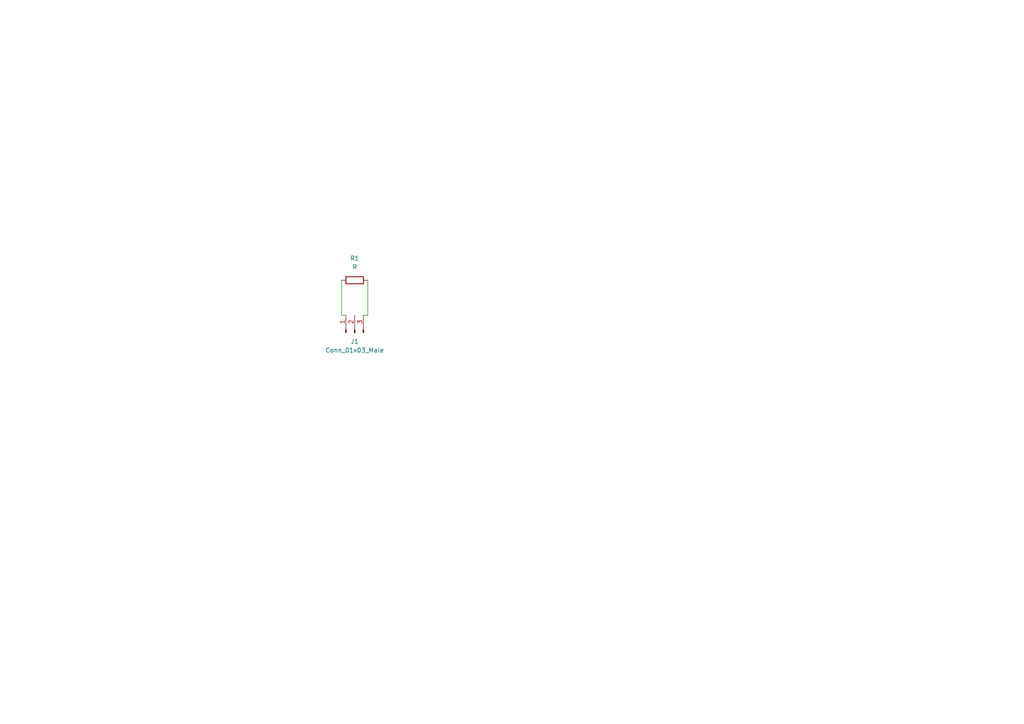
<source format=kicad_sch>
(kicad_sch (version 20211123) (generator eeschema)
  (paper "A4")
  (lib_symbols
    (symbol "Connector:Conn_01x03_Male" (pin_names (offset 1.016) hide)
      (property "Reference" "J" (at 0 5.08 0))
      (property "Value" "Conn_01x03_Male" (at 0 -5.08 0))
      (symbol "Conn_01x03_Male_1_1"
        (polyline (pts (xy 1.27 -2.54) (xy 0.8636 -2.54)) (stroke (width 0.1524)))
        (polyline (pts (xy 1.27 0) (xy 0.8636 0)) (stroke (width 0.1524)))
        (polyline (pts (xy 1.27 2.54) (xy 0.8636 2.54)) (stroke (width 0.1524)))
        (rectangle (start 0.8636 -2.413) (end 0 -2.667) (stroke (width 0.1524)) (fill (type outline)))
        (rectangle (start 0.8636 0.127) (end 0 -0.127) (stroke (width 0.1524)) (fill (type outline)))
        (rectangle (start 0.8636 2.667) (end 0 2.413) (stroke (width 0.1524)) (fill (type outline)))
        (pin passive line (at 5.08 2.54 180) (length 3.81) (name "Pin_1") (number "1"))
        (pin passive line (at 5.08 0 180) (length 3.81) (name "Pin_2") (number "2"))
        (pin passive line (at 5.08 -2.54 180) (length 3.81) (name "Pin_3") (number "3"))
      )
    )
    (symbol "Device:R" (pin_numbers hide) (pin_names (offset 0))
      (property "Reference" "R" (at 2.032 0 90))
      (property "Value" "R" (at 0 0 90))
      (symbol "R_0_1"
        (rectangle (start -1.016 -2.54) (end 1.016 2.54) (stroke (width 0.254)))
      )
      (symbol "R_1_1"
        (pin passive line (at 0 3.81 270) (length 1.27) (name "~") (number "1"))
        (pin passive line (at 0 -3.81 90) (length 1.27) (name "~") (number "2"))
      )
    )
  )
  (wire (pts (xy 106.68 91.44) (xy 105.41 91.44)))
  (wire (pts (xy 99.06 91.44) (xy 100.33 91.44)))
  (wire (pts (xy 106.68 81.28) (xy 106.68 91.44)))
  (wire (pts (xy 99.06 81.28) (xy 99.06 91.44)))
  (symbol (lib_id "Device:R") (at 102.87 81.28 270) (unit 1)
    (property "Reference" "R1" (at 102.87 74.93 90))
    (property "Value" "R" (at 102.87 77.47 90))
    (property "Footprint" "Resistor_SMD:R_0603_1608Metric_Pad0.98x0.95mm_HandSolder" (effects hide))
  )
  (symbol (lib_id "Connector:Conn_01x03_Male") (at 102.87 96.52 90) (unit 1)
    (property "Reference" "J1" (at 102.87 99.06 90))
    (property "Value" "Conn_01x03_Male" (at 102.87 101.6 90))
    (property "Footprint" "Connector_PinHeader_2.54mm:PinHeader_1x03_P2.54mm_Horizontal" (effects hide))
  )
)
</source>
